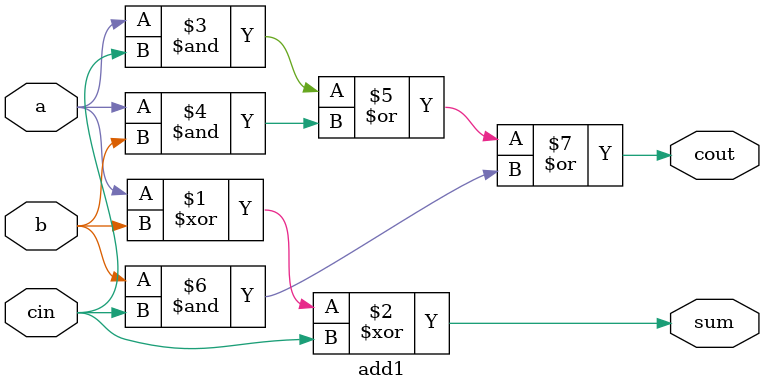
<source format=v>
module top_module (
    input [31:0] a,
    input [31:0] b,
    output [31:0] sum
);//
    
    wire cout_a, cout_b;
    wire [15:0]sum_a;
    wire [15:0]sum_b; 
    add16 add16_a(a[15:0], b[15:0], 0, sum_a[15:0], cout_a);
    add16 add16_b(a[31:16], b[31:16], cout_a, sum_b[15:0], cout_b);
    
    assign sum = {{sum_b[15:0]},{sum_a[15:0]}};
    
endmodule

module add1 ( input a, input b, input cin,   output sum, output cout );

	// Full adder module here
    assign sum = a ^ b ^ cin;
    assign cout = (a&cin) | (a&b) | (b&cin);

endmodule
</source>
